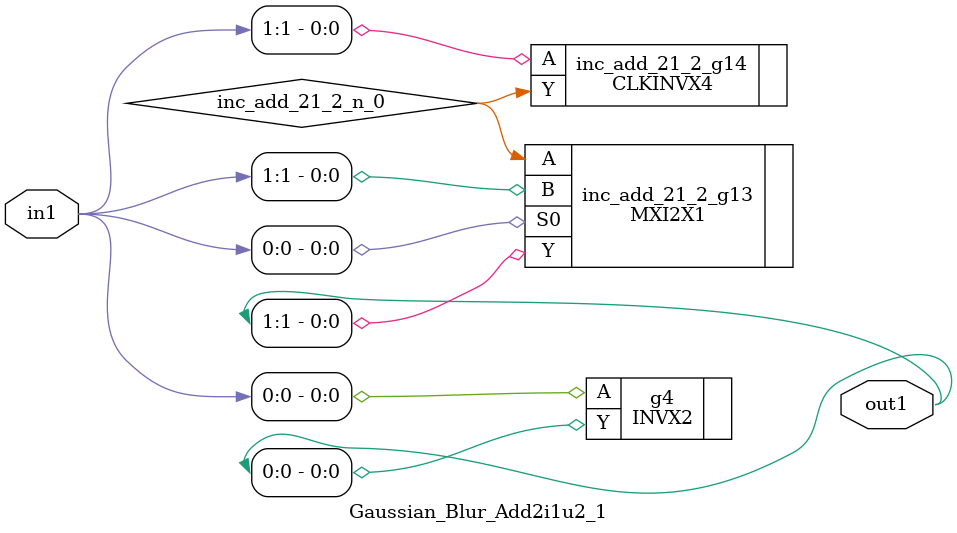
<source format=v>
`timescale 1ps / 1ps


module Gaussian_Blur_Add2i1u2_1(in1, out1);
  input [1:0] in1;
  output [1:0] out1;
  wire [1:0] in1;
  wire [1:0] out1;
  wire inc_add_21_2_n_0;
  INVX2 g4(.A (in1[0]), .Y (out1[0]));
  MXI2X1 inc_add_21_2_g13(.A (inc_add_21_2_n_0), .B (in1[1]), .S0
       (in1[0]), .Y (out1[1]));
  CLKINVX4 inc_add_21_2_g14(.A (in1[1]), .Y (inc_add_21_2_n_0));
endmodule


</source>
